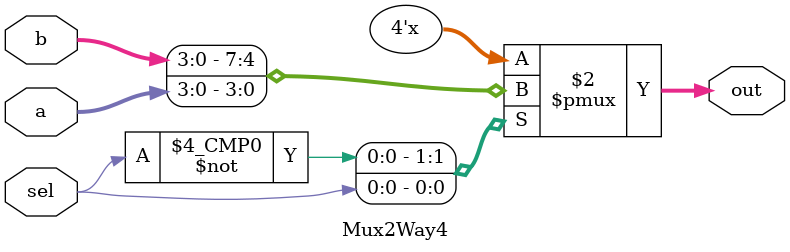
<source format=v>

module Mux2Way4(
input [3:0] a,
input [3:0] b,
input sel,
output reg [3:0] out
);

	always @(*) begin
		
		case(sel)
			1'b0: out = b;
			1'b1: out = a;
		endcase

	end

endmodule 
</source>
